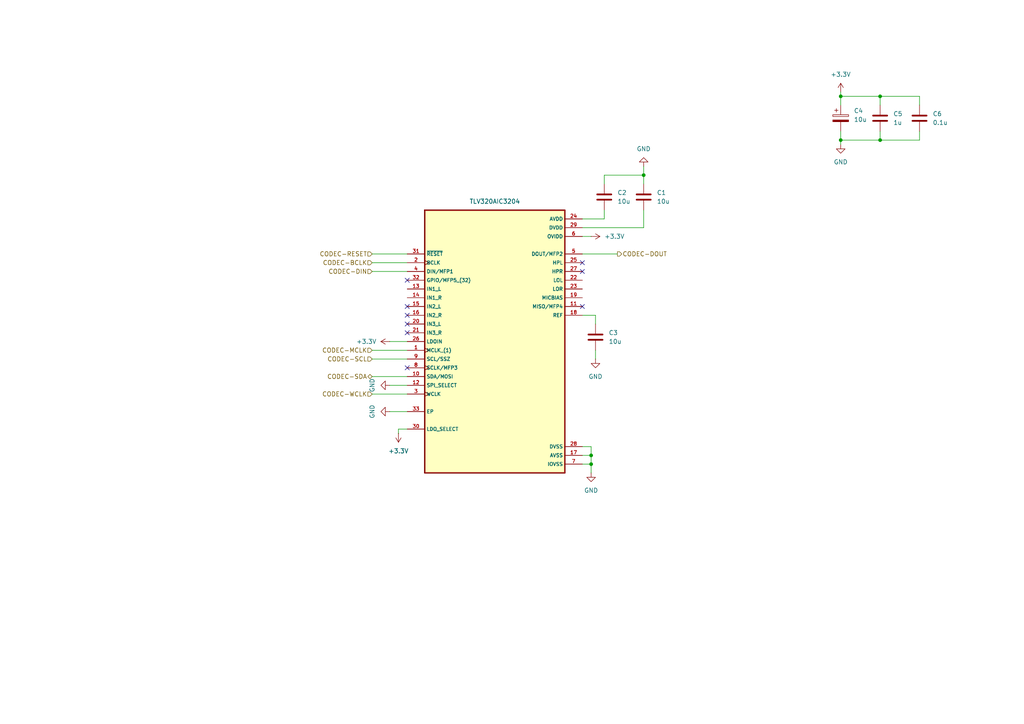
<source format=kicad_sch>
(kicad_sch (version 20250114) (generator "eeschema") (generator_version "9.0")
  (paper "A4")
  (lib_symbols
    (symbol "Device:C" (pin_numbers (hide yes)) (pin_names (offset 0.254))
      (property "Reference" "C" (at 0.635 2.54 0))
      (property "Value" "C" (at 0.635 -2.54 0))
      (symbol "C_0_1"
        (polyline (pts (xy -2.032 0.762) (xy 2.032 0.762)) (stroke (width 0.508)))
        (polyline (pts (xy -2.032 -0.762) (xy 2.032 -0.762)) (stroke (width 0.508)))
      )
      (symbol "C_1_1"
        (pin passive line (at 0 3.81 270) (length 2.794) (name "~") (number "1"))
        (pin passive line (at 0 -3.81 90) (length 2.794) (name "~") (number "2"))
      )
    )
    (symbol "Device:C_Polarized" (pin_numbers (hide yes)) (pin_names (offset 0.254))
      (property "Reference" "C" (at 0.635 2.54 0))
      (property "Value" "C_Polarized" (at 0.635 -2.54 0))
      (symbol "C_Polarized_0_1"
        (rectangle (start -2.286 0.508) (end 2.286 1.016))
        (polyline (pts (xy -1.778 2.286) (xy -0.762 2.286)))
        (polyline (pts (xy -1.27 2.794) (xy -1.27 1.778)))
        (rectangle (start 2.286 -0.508) (end -2.286 -1.016) (fill (type outline)))
      )
      (symbol "C_Polarized_1_1"
        (pin passive line (at 0 3.81 270) (length 2.794) (name "~") (number "1"))
        (pin passive line (at 0 -3.81 90) (length 2.794) (name "~") (number "2"))
      )
    )
    (symbol "SPR-DT:TLV320AIC3204"
      (symbol "TLV320AIC3204_0_0"
        (rectangle (start -20.32 -36.83) (end 20.32 39.37) (stroke (width 0.41)) (fill (type background)))
        (pin input line (at -25.4 26.67 0) (length 5.08) (name "~{RESET}") (number "31"))
        (pin input clock (at -25.4 24.13 0) (length 5.08) (name "BCLK") (number "2"))
        (pin input line (at -25.4 21.59 0) (length 5.08) (name "DIN/MFP1") (number "4"))
        (pin input line (at -25.4 19.05 0) (length 5.08) (name "GPIO/MFP5_(32)") (number "32"))
        (pin input line (at -25.4 16.51 0) (length 5.08) (name "IN1_L") (number "13"))
        (pin input line (at -25.4 13.97 0) (length 5.08) (name "IN1_R") (number "14"))
        (pin input line (at -25.4 11.43 0) (length 5.08) (name "IN2_L") (number "15"))
        (pin input line (at -25.4 8.89 0) (length 5.08) (name "IN2_R") (number "16"))
        (pin input line (at -25.4 6.35 0) (length 5.08) (name "IN3_L") (number "20"))
        (pin input line (at -25.4 3.81 0) (length 5.08) (name "IN3_R") (number "21"))
        (pin input line (at -25.4 1.27 0) (length 5.08) (name "LDOIN") (number "26"))
        (pin input clock (at -25.4 -1.27 0) (length 5.08) (name "MCLK_(1)") (number "1"))
        (pin input line (at -25.4 -3.81 0) (length 5.08) (name "SCL/SSZ") (number "9"))
        (pin input clock (at -25.4 -6.35 0) (length 5.08) (name "SCLK/MFP3") (number "8"))
        (pin input line (at -25.4 -8.89 0) (length 5.08) (name "SDA/MOSI") (number "10"))
        (pin input line (at -25.4 -11.43 0) (length 5.08) (name "SPI_SELECT") (number "12"))
        (pin input clock (at -25.4 -13.97 0) (length 5.08) (name "WCLK") (number "3"))
        (pin bidirectional line (at -25.4 -19.05 0) (length 5.08) (name "EP") (number "33"))
        (pin bidirectional line (at -25.4 -24.13 0) (length 5.08) (name "LDO_SELECT") (number "30"))
        (pin power_in line (at 25.4 36.83 180) (length 5.08) (name "AVDD") (number "24"))
        (pin power_in line (at 25.4 34.29 180) (length 5.08) (name "DVDD") (number "29"))
        (pin power_in line (at 25.4 31.75 180) (length 5.08) (name "OVIDD") (number "6"))
        (pin output line (at 25.4 26.67 180) (length 5.08) (name "DOUT/MFP2") (number "5"))
        (pin output line (at 25.4 24.13 180) (length 5.08) (name "HPL") (number "25"))
        (pin output line (at 25.4 21.59 180) (length 5.08) (name "HPR") (number "27"))
        (pin output line (at 25.4 19.05 180) (length 5.08) (name "LOL") (number "22"))
        (pin output line (at 25.4 16.51 180) (length 5.08) (name "LOR") (number "23"))
        (pin output line (at 25.4 13.97 180) (length 5.08) (name "MICBIAS") (number "19"))
        (pin output line (at 25.4 11.43 180) (length 5.08) (name "MISO/MFP4") (number "11"))
        (pin output line (at 25.4 8.89 180) (length 5.08) (name "REF") (number "18"))
        (pin power_in line (at 25.4 -29.21 180) (length 5.08) (name "DVSS") (number "28"))
        (pin power_in line (at 25.4 -31.75 180) (length 5.08) (name "AVSS") (number "17"))
        (pin power_in line (at 25.4 -34.29 180) (length 5.08) (name "IOVSS") (number "7"))
      )
    )
    (symbol "power:+3.3V" (power) (pin_numbers (hide yes)) (pin_names (offset 0) (hide yes))
      (property "Value" "+3.3V" (at 0 3.556 0))
      (symbol "+3.3V_0_1"
        (polyline (pts (xy -0.762 1.27) (xy 0 2.54)))
        (polyline (pts (xy 0 2.54) (xy 0.762 1.27)))
        (polyline (pts (xy 0 0) (xy 0 2.54)))
      )
      (symbol "+3.3V_1_1"
        (pin power_in line (at 0 0 90) (length 0) (name "~") (number "1"))
      )
    )
    (symbol "power:GND" (power) (pin_numbers (hide yes)) (pin_names (offset 0) (hide yes))
      (property "Value" "GND" (at 0 -3.81 0))
      (symbol "GND_0_1"
        (polyline (pts (xy 0 0) (xy 0 -1.27) (xy 1.27 -1.27) (xy 0 -2.54) (xy -1.27 -1.27) (xy 0 -1.27)))
      )
      (symbol "GND_1_1"
        (pin power_in line (at 0 0 270) (length 0) (name "~") (number "1"))
      )
    )
  )
  (junction (at 171.45 134.62))
  (junction (at 243.84 40.64))
  (junction (at 255.27 40.64))
  (junction (at 186.69 50.8))
  (junction (at 243.84 27.94))
  (junction (at 171.45 132.08))
  (junction (at 255.27 27.94))
  (no_connect (at 168.91 76.2))
  (no_connect (at 118.11 96.52))
  (no_connect (at 118.11 106.68))
  (no_connect (at 118.11 93.98))
  (no_connect (at 168.91 88.9))
  (no_connect (at 118.11 81.28))
  (no_connect (at 118.11 91.44))
  (no_connect (at 168.91 78.74))
  (no_connect (at 118.11 88.9))
  (wire (pts (xy 255.27 27.94) (xy 243.84 27.94)))
  (wire (pts (xy 175.26 50.8) (xy 186.69 50.8)))
  (wire (pts (xy 255.27 27.94) (xy 266.7 27.94)))
  (wire (pts (xy 107.95 109.22) (xy 118.11 109.22)))
  (wire (pts (xy 171.45 134.62) (xy 171.45 137.16)))
  (wire (pts (xy 107.95 76.2) (xy 118.11 76.2)))
  (wire (pts (xy 255.27 38.1) (xy 255.27 40.64)))
  (wire (pts (xy 171.45 68.58) (xy 168.91 68.58)))
  (wire (pts (xy 107.95 104.14) (xy 118.11 104.14)))
  (wire (pts (xy 115.57 125.73) (xy 115.57 124.46)))
  (wire (pts (xy 243.84 26.67) (xy 243.84 27.94)))
  (wire (pts (xy 171.45 129.54) (xy 171.45 132.08)))
  (wire (pts (xy 168.91 134.62) (xy 171.45 134.62)))
  (wire (pts (xy 175.26 53.34) (xy 175.26 50.8)))
  (wire (pts (xy 168.91 63.5) (xy 175.26 63.5)))
  (wire (pts (xy 243.84 40.64) (xy 243.84 41.91)))
  (wire (pts (xy 243.84 38.1) (xy 243.84 40.64)))
  (wire (pts (xy 186.69 66.04) (xy 186.69 60.96)))
  (wire (pts (xy 172.72 104.14) (xy 172.72 101.6)))
  (wire (pts (xy 107.95 114.3) (xy 118.11 114.3)))
  (wire (pts (xy 255.27 30.48) (xy 255.27 27.94)))
  (wire (pts (xy 168.91 132.08) (xy 171.45 132.08)))
  (wire (pts (xy 107.95 101.6) (xy 118.11 101.6)))
  (wire (pts (xy 168.91 66.04) (xy 186.69 66.04)))
  (wire (pts (xy 107.95 78.74) (xy 118.11 78.74)))
  (wire (pts (xy 113.03 119.38) (xy 118.11 119.38)))
  (wire (pts (xy 243.84 27.94) (xy 243.84 30.48)))
  (wire (pts (xy 266.7 40.64) (xy 255.27 40.64)))
  (wire (pts (xy 168.91 91.44) (xy 172.72 91.44)))
  (wire (pts (xy 186.69 50.8) (xy 186.69 53.34)))
  (wire (pts (xy 172.72 91.44) (xy 172.72 93.98)))
  (wire (pts (xy 115.57 124.46) (xy 118.11 124.46)))
  (wire (pts (xy 113.03 111.76) (xy 118.11 111.76)))
  (wire (pts (xy 175.26 63.5) (xy 175.26 60.96)))
  (wire (pts (xy 266.7 38.1) (xy 266.7 40.64)))
  (wire (pts (xy 255.27 40.64) (xy 243.84 40.64)))
  (wire (pts (xy 168.91 129.54) (xy 171.45 129.54)))
  (wire (pts (xy 266.7 30.48) (xy 266.7 27.94)))
  (wire (pts (xy 179.07 73.66) (xy 168.91 73.66)))
  (wire (pts (xy 113.03 99.06) (xy 118.11 99.06)))
  (wire (pts (xy 107.95 73.66) (xy 118.11 73.66)))
  (wire (pts (xy 186.69 48.26) (xy 186.69 50.8)))
  (wire (pts (xy 171.45 132.08) (xy 171.45 134.62)))
  (hierarchical_label "CODEC-SDA" (shape bidirectional) (at 107.95 109.22 180))
  (hierarchical_label "CODEC-SCL" (shape input) (at 107.95 104.14 180))
  (hierarchical_label "CODEC-WCLK" (shape input) (at 107.95 114.3 180))
  (hierarchical_label "CODEC-DIN" (shape input) (at 107.95 78.74 180))
  (hierarchical_label "CODEC-BCLK" (shape input) (at 107.95 76.2 180))
  (hierarchical_label "CODEC-DOUT" (shape output) (at 179.07 73.66 0))
  (hierarchical_label "CODEC-MCLK" (shape input) (at 107.95 101.6 180))
  (hierarchical_label "CODEC-RESET" (shape input) (at 107.95 73.66 180))
  (symbol (lib_id "SPR-DT:TLV320AIC3204") (at 143.51 100.33 0) (unit 1)
    (property "Reference" "U1" (effects (hide yes)))
    (property "Value" "TLV320AIC3204" (at 143.51 58.42 0))
  )
  (symbol (lib_id "power:GND") (at 186.69 48.26 0) (mirror x) (unit 1)
    (property "Reference" "#PWR029" (effects (hide yes)))
    (property "Value" "GND" (at 186.69 43.18 0))
    (property "Description" "Power symbol creates a global label with name \"GND\" , ground" (effects (hide yes)))
  )
  (symbol (lib_id "Device:C_Polarized") (at 243.84 34.29 0) (unit 1)
    (property "Reference" "C4" (at 247.65 32.1309 0) (effects (justify left)))
    (property "Value" "10u" (at 247.65 34.6709 0) (effects (justify left)))
    (property "Description" "Polarized capacitor" (effects (hide yes)))
  )
  (symbol (lib_id "power:GND") (at 113.03 111.76 270) (mirror x) (unit 1)
    (property "Reference" "#PWR028" (effects (hide yes)))
    (property "Value" "GND" (at 107.95 111.76 0))
    (property "Description" "Power symbol creates a global label with name \"GND\" , ground" (effects (hide yes)))
  )
  (symbol (lib_id "Device:C") (at 266.7 34.29 180) (unit 1)
    (property "Reference" "C6" (at 270.51 33.0199 0) (effects (justify right)))
    (property "Value" "0.1u" (at 270.51 35.5599 0) (effects (justify right)))
    (property "Description" "Unpolarized capacitor" (effects (hide yes)))
  )
  (symbol (lib_id "Device:C") (at 172.72 97.79 180) (unit 1)
    (property "Reference" "C3" (at 176.53 96.5199 0) (effects (justify right)))
    (property "Value" "10u" (at 176.53 99.0599 0) (effects (justify right)))
    (property "Description" "Unpolarized capacitor" (effects (hide yes)))
  )
  (symbol (lib_id "power:+3.3V") (at 171.45 68.58 270) (unit 1)
    (property "Reference" "#PWR027" (effects (hide yes)))
    (property "Value" "+3.3V" (at 175.26 68.5799 90) (effects (justify left)))
    (property "Description" "Power symbol creates a global label with name \"+3.3V\"" (effects (hide yes)))
  )
  (symbol (lib_id "power:GND") (at 172.72 104.14 0) (mirror y) (unit 1)
    (property "Reference" "#PWR030" (effects (hide yes)))
    (property "Value" "GND" (at 172.72 109.22 0))
    (property "Description" "Power symbol creates a global label with name \"GND\" , ground" (effects (hide yes)))
  )
  (symbol (lib_id "Device:C") (at 186.69 57.15 180) (unit 1)
    (property "Reference" "C1" (at 190.5 55.8799 0) (effects (justify right)))
    (property "Value" "10u" (at 190.5 58.4199 0) (effects (justify right)))
    (property "Description" "Unpolarized capacitor" (effects (hide yes)))
  )
  (symbol (lib_id "power:GND") (at 243.84 41.91 0) (mirror y) (unit 1)
    (property "Reference" "#PWR032" (effects (hide yes)))
    (property "Value" "GND" (at 243.84 46.99 0))
    (property "Description" "Power symbol creates a global label with name \"GND\" , ground" (effects (hide yes)))
  )
  (symbol (lib_id "Device:C") (at 255.27 34.29 180) (unit 1)
    (property "Reference" "C5" (at 259.08 33.0199 0) (effects (justify right)))
    (property "Value" "1u" (at 259.08 35.5599 0) (effects (justify right)))
    (property "Description" "Unpolarized capacitor" (effects (hide yes)))
  )
  (symbol (lib_id "Device:C") (at 175.26 57.15 180) (unit 1)
    (property "Reference" "C2" (at 179.07 55.8799 0) (effects (justify right)))
    (property "Value" "10u" (at 179.07 58.4199 0) (effects (justify right)))
    (property "Description" "Unpolarized capacitor" (effects (hide yes)))
  )
  (symbol (lib_id "power:GND") (at 113.03 119.38 270) (mirror x) (unit 1)
    (property "Reference" "#PWR033" (effects (hide yes)))
    (property "Value" "GND" (at 107.95 119.38 0))
    (property "Description" "Power symbol creates a global label with name \"GND\" , ground" (effects (hide yes)))
  )
  (symbol (lib_id "power:GND") (at 171.45 137.16 0) (mirror y) (unit 1)
    (property "Reference" "#PWR025" (effects (hide yes)))
    (property "Value" "GND" (at 171.45 142.24 0))
    (property "Description" "Power symbol creates a global label with name \"GND\" , ground" (effects (hide yes)))
  )
  (symbol (lib_id "power:+3.3V") (at 243.84 26.67 0) (unit 1)
    (property "Reference" "#PWR031" (effects (hide yes)))
    (property "Value" "+3.3V" (at 243.84 21.59 0))
    (property "Description" "Power symbol creates a global label with name \"+3.3V\"" (effects (hide yes)))
  )
  (symbol (lib_id "power:+3.3V") (at 113.03 99.06 90) (unit 1)
    (property "Reference" "#PWR026" (effects (hide yes)))
    (property "Value" "+3.3V" (at 109.22 99.0599 90) (effects (justify left)))
    (property "Description" "Power symbol creates a global label with name \"+3.3V\"" (effects (hide yes)))
  )
  (symbol (lib_id "power:+3.3V") (at 115.57 125.73 180) (unit 1)
    (property "Reference" "#PWR024" (effects (hide yes)))
    (property "Value" "+3.3V" (at 115.57 130.81 0))
    (property "Description" "Power symbol creates a global label with name \"+3.3V\"" (effects (hide yes)))
  )
)
</source>
